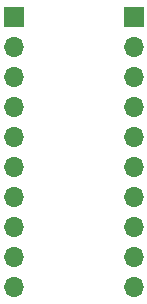
<source format=gbr>
%TF.GenerationSoftware,KiCad,Pcbnew,8.0.5*%
%TF.CreationDate,2024-11-20T10:52:19+05:30*%
%TF.ProjectId,MCUs,4d435573-2e6b-4696-9361-645f70636258,rev?*%
%TF.SameCoordinates,Original*%
%TF.FileFunction,Soldermask,Bot*%
%TF.FilePolarity,Negative*%
%FSLAX46Y46*%
G04 Gerber Fmt 4.6, Leading zero omitted, Abs format (unit mm)*
G04 Created by KiCad (PCBNEW 8.0.5) date 2024-11-20 10:52:19*
%MOMM*%
%LPD*%
G01*
G04 APERTURE LIST*
%ADD10R,1.700000X1.700000*%
%ADD11O,1.700000X1.700000*%
G04 APERTURE END LIST*
D10*
%TO.C,J2*%
X50800000Y-40005000D03*
D11*
X50800000Y-42545000D03*
X50800000Y-45085000D03*
X50800000Y-47625000D03*
X50800000Y-50165000D03*
X50800000Y-52705000D03*
X50800000Y-55245000D03*
X50800000Y-57785000D03*
X50800000Y-60325000D03*
X50800000Y-62865000D03*
%TD*%
D10*
%TO.C,J1*%
X40640000Y-40005000D03*
D11*
X40640000Y-42545000D03*
X40640000Y-45085000D03*
X40640000Y-47625000D03*
X40640000Y-50165000D03*
X40640000Y-52705000D03*
X40640000Y-55245000D03*
X40640000Y-57785000D03*
X40640000Y-60325000D03*
X40640000Y-62865000D03*
%TD*%
M02*

</source>
